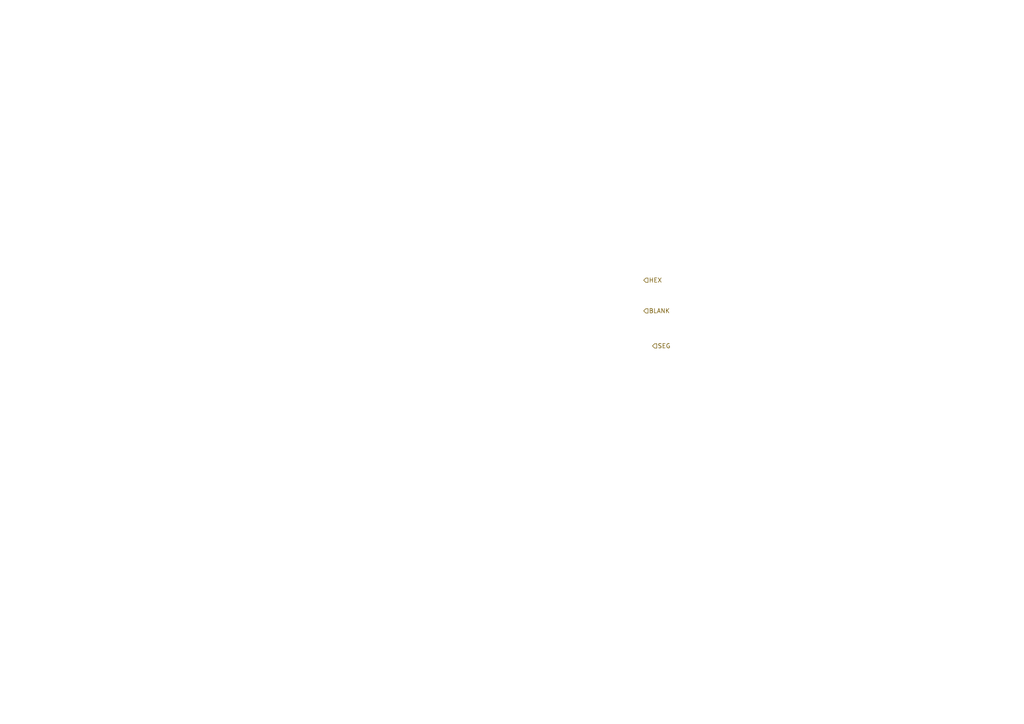
<source format=kicad_sch>
(kicad_sch (version 20230121) (generator eeschema)
  (paper "A4")
  (lib_symbols)
  (hierarchical_label "SEG" (shape input) (at 189.23 100.33 0))
  (hierarchical_label "HEX" (shape input) (at 186.69 81.28 0))
  (hierarchical_label "BLANK" (shape input) (at 186.69 90.17 0))
)
</source>
